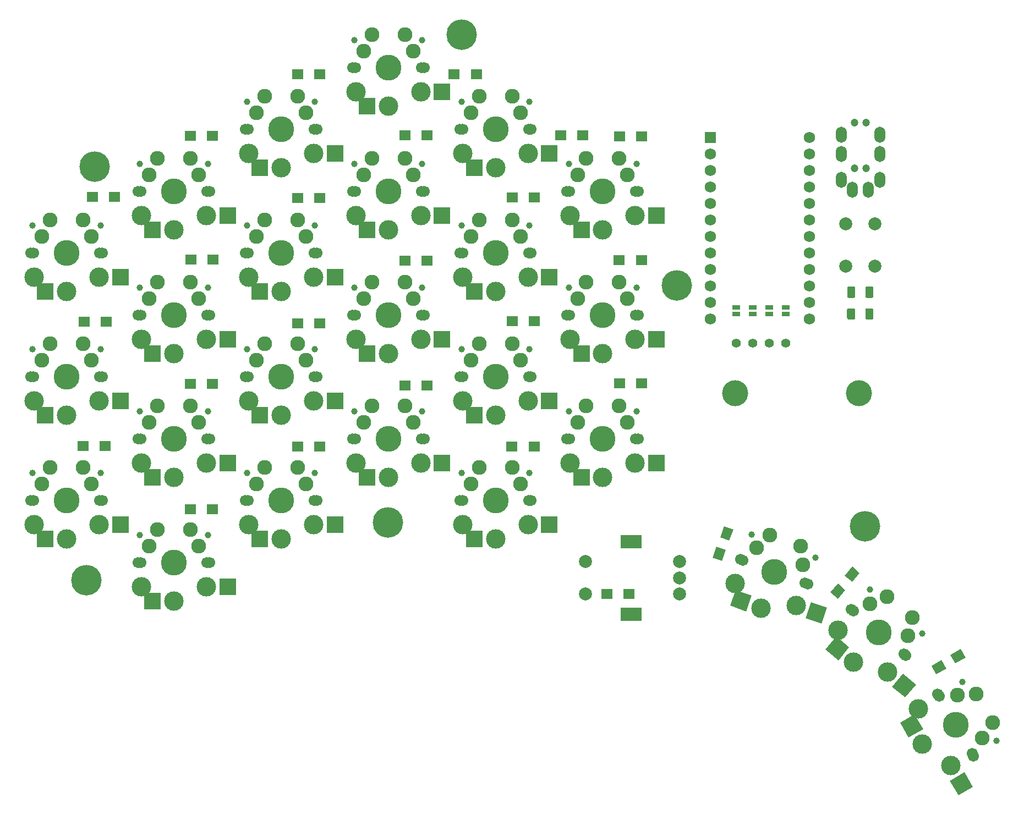
<source format=gbr>
%TF.GenerationSoftware,KiCad,Pcbnew,5.1.10-88a1d61d58~90~ubuntu20.04.1*%
%TF.CreationDate,2021-08-28T15:33:20+01:00*%
%TF.ProjectId,scrawler,73637261-776c-4657-922e-6b696361645f,rev?*%
%TF.SameCoordinates,Original*%
%TF.FileFunction,Soldermask,Top*%
%TF.FilePolarity,Negative*%
%FSLAX46Y46*%
G04 Gerber Fmt 4.6, Leading zero omitted, Abs format (unit mm)*
G04 Created by KiCad (PCBNEW 5.1.10-88a1d61d58~90~ubuntu20.04.1) date 2021-08-28 15:33:20*
%MOMM*%
%LPD*%
G01*
G04 APERTURE LIST*
%ADD10C,4.000000*%
%ADD11O,1.700000X2.500000*%
%ADD12C,1.200000*%
%ADD13C,1.752600*%
%ADD14R,1.752600X1.752600*%
%ADD15C,1.701800*%
%ADD16R,2.600000X2.600000*%
%ADD17C,3.000000*%
%ADD18C,3.429000*%
%ADD19C,0.990600*%
%ADD20C,2.286000*%
%ADD21C,3.987800*%
%ADD22C,0.100000*%
%ADD23C,2.000000*%
%ADD24R,3.200000X2.000000*%
%ADD25R,1.143000X0.635000*%
%ADD26C,1.397000*%
%ADD27C,4.700000*%
%ADD28R,1.800000X1.500000*%
G04 APERTURE END LIST*
D10*
%TO.C,H8*%
X198120000Y-97790000D03*
%TD*%
%TO.C,H7*%
X179070000Y-97790000D03*
%TD*%
D11*
%TO.C,J2*%
X197112200Y-66460800D03*
X201312200Y-64960800D03*
X201312200Y-60960800D03*
X201312200Y-57960800D03*
D12*
X199212200Y-63160800D03*
X199212200Y-56160800D03*
D11*
X195362200Y-60960800D03*
X195362200Y-57960800D03*
X199562200Y-66460800D03*
X195362200Y-64960800D03*
D12*
X197462200Y-56160800D03*
X197462200Y-63160800D03*
%TD*%
D13*
%TO.C,U1*%
X190525400Y-58381900D03*
X175285400Y-86321900D03*
X190525400Y-60921900D03*
X190525400Y-63461900D03*
X190525400Y-66001900D03*
X190525400Y-68541900D03*
X190525400Y-71081900D03*
X190525400Y-73621900D03*
X190525400Y-76161900D03*
X190525400Y-78701900D03*
X190525400Y-81241900D03*
X190525400Y-83781900D03*
X190525400Y-86321900D03*
X175285400Y-83781900D03*
X175285400Y-81241900D03*
X175285400Y-78701900D03*
X175285400Y-76161900D03*
X175285400Y-73621900D03*
X175285400Y-71081900D03*
X175285400Y-68541900D03*
X175285400Y-66001900D03*
X175285400Y-63461900D03*
X175285400Y-60921900D03*
D14*
X175285400Y-58381900D03*
%TD*%
D15*
%TO.C,SW9B1*%
X103695084Y-76200000D03*
X114695084Y-76200000D03*
D16*
X105920084Y-82150000D03*
D17*
X114195084Y-79950000D03*
D18*
X109195084Y-76200000D03*
D17*
X109195084Y-82150000D03*
D16*
X117470084Y-79950000D03*
D17*
X104195084Y-79950000D03*
D19*
X103975084Y-72000000D03*
X114415084Y-72000000D03*
%TD*%
D15*
%TO.C,SW9*%
X104115084Y-76200000D03*
X114275084Y-76200000D03*
D20*
X105385084Y-73660000D03*
D21*
X109195084Y-76200000D03*
D20*
X111735084Y-71120000D03*
X106655084Y-71120000D03*
X113005084Y-73660000D03*
%TD*%
D15*
%TO.C,SW8B1*%
X87197784Y-85725000D03*
X98197784Y-85725000D03*
D16*
X89422784Y-91675000D03*
D17*
X97697784Y-89475000D03*
D18*
X92697784Y-85725000D03*
D17*
X92697784Y-91675000D03*
D16*
X100972784Y-89475000D03*
D17*
X87697784Y-89475000D03*
D19*
X87477784Y-81525000D03*
X97917784Y-81525000D03*
%TD*%
D15*
%TO.C,SW8*%
X87617784Y-85725000D03*
X97777784Y-85725000D03*
D20*
X88887784Y-83185000D03*
D21*
X92697784Y-85725000D03*
D20*
X95237784Y-80645000D03*
X90157784Y-80645000D03*
X96507784Y-83185000D03*
%TD*%
D15*
%TO.C,SW7B1*%
X70700000Y-95250000D03*
X81700000Y-95250000D03*
D16*
X72925000Y-101200000D03*
D17*
X81200000Y-99000000D03*
D18*
X76200000Y-95250000D03*
D17*
X76200000Y-101200000D03*
D16*
X84475000Y-99000000D03*
D17*
X71200000Y-99000000D03*
D19*
X70980000Y-91050000D03*
X81420000Y-91050000D03*
%TD*%
D15*
%TO.C,SW7*%
X71120000Y-95250000D03*
X81280000Y-95250000D03*
D20*
X72390000Y-92710000D03*
D21*
X76200000Y-95250000D03*
D20*
X78740000Y-90170000D03*
X73660000Y-90170000D03*
X80010000Y-92710000D03*
%TD*%
D15*
%TO.C,SW6B1*%
X153188920Y-66675000D03*
X164188920Y-66675000D03*
D16*
X155413920Y-72625000D03*
D17*
X163688920Y-70425000D03*
D18*
X158688920Y-66675000D03*
D17*
X158688920Y-72625000D03*
D16*
X166963920Y-70425000D03*
D17*
X153688920Y-70425000D03*
D19*
X153468920Y-62475000D03*
X163908920Y-62475000D03*
%TD*%
D15*
%TO.C,SW6*%
X153608920Y-66675000D03*
X163768920Y-66675000D03*
D20*
X154878920Y-64135000D03*
D21*
X158688920Y-66675000D03*
D20*
X161228920Y-61595000D03*
X156148920Y-61595000D03*
X162498920Y-64135000D03*
%TD*%
D15*
%TO.C,SW5B1*%
X136691136Y-57150000D03*
X147691136Y-57150000D03*
D16*
X138916136Y-63100000D03*
D17*
X147191136Y-60900000D03*
D18*
X142191136Y-57150000D03*
D17*
X142191136Y-63100000D03*
D16*
X150466136Y-60900000D03*
D17*
X137191136Y-60900000D03*
D19*
X136971136Y-52950000D03*
X147411136Y-52950000D03*
%TD*%
D15*
%TO.C,SW5*%
X137111136Y-57150000D03*
X147271136Y-57150000D03*
D20*
X138381136Y-54610000D03*
D21*
X142191136Y-57150000D03*
D20*
X144731136Y-52070000D03*
X139651136Y-52070000D03*
X146001136Y-54610000D03*
%TD*%
D15*
%TO.C,SW4B1*%
X120193352Y-47625000D03*
X131193352Y-47625000D03*
D16*
X122418352Y-53575000D03*
D17*
X130693352Y-51375000D03*
D18*
X125693352Y-47625000D03*
D17*
X125693352Y-53575000D03*
D16*
X133968352Y-51375000D03*
D17*
X120693352Y-51375000D03*
D19*
X120473352Y-43425000D03*
X130913352Y-43425000D03*
%TD*%
D15*
%TO.C,SW4*%
X120613352Y-47625000D03*
X130773352Y-47625000D03*
D20*
X121883352Y-45085000D03*
D21*
X125693352Y-47625000D03*
D20*
X128233352Y-42545000D03*
X123153352Y-42545000D03*
X129503352Y-45085000D03*
%TD*%
D15*
%TO.C,SW3B1*%
X103695084Y-57150000D03*
X114695084Y-57150000D03*
D16*
X105920084Y-63100000D03*
D17*
X114195084Y-60900000D03*
D18*
X109195084Y-57150000D03*
D17*
X109195084Y-63100000D03*
D16*
X117470084Y-60900000D03*
D17*
X104195084Y-60900000D03*
D19*
X103975084Y-52950000D03*
X114415084Y-52950000D03*
%TD*%
D15*
%TO.C,SW3*%
X104115084Y-57150000D03*
X114275084Y-57150000D03*
D20*
X105385084Y-54610000D03*
D21*
X109195084Y-57150000D03*
D20*
X111735084Y-52070000D03*
X106655084Y-52070000D03*
X113005084Y-54610000D03*
%TD*%
D15*
%TO.C,SW2B1*%
X87197784Y-66675000D03*
X98197784Y-66675000D03*
D16*
X89422784Y-72625000D03*
D17*
X97697784Y-70425000D03*
D18*
X92697784Y-66675000D03*
D17*
X92697784Y-72625000D03*
D16*
X100972784Y-70425000D03*
D17*
X87697784Y-70425000D03*
D19*
X87477784Y-62475000D03*
X97917784Y-62475000D03*
%TD*%
D15*
%TO.C,SW2*%
X87617784Y-66675000D03*
X97777784Y-66675000D03*
D20*
X88887784Y-64135000D03*
D21*
X92697784Y-66675000D03*
D20*
X95237784Y-61595000D03*
X90157784Y-61595000D03*
X96507784Y-64135000D03*
%TD*%
D15*
%TO.C,SW26B1*%
X210241700Y-144106260D03*
X215741700Y-153632540D03*
D22*
G36*
X204425516Y-148532334D02*
G01*
X206677182Y-147232334D01*
X207977182Y-149484000D01*
X205725516Y-150784000D01*
X204425516Y-148532334D01*
G37*
D17*
X212244105Y-155074527D03*
D18*
X212991700Y-148869400D03*
D17*
X207838849Y-151844400D03*
D22*
G36*
X212105772Y-157434927D02*
G01*
X214357438Y-156134927D01*
X215657438Y-158386593D01*
X213405772Y-159686593D01*
X212105772Y-157434927D01*
G37*
D17*
X207244105Y-146414273D03*
D19*
X214019007Y-142248747D03*
X219239007Y-151290053D03*
%TD*%
D15*
%TO.C,SW26*%
X210451700Y-144469991D03*
X215531700Y-153268809D03*
D20*
X213286405Y-144299843D03*
D21*
X212991700Y-148869400D03*
D20*
X218661109Y-148529105D03*
X216121109Y-144129695D03*
X217096405Y-150898957D03*
%TD*%
D15*
%TO.C,SW25B1*%
X196916656Y-131084668D03*
X205343144Y-138155332D03*
D22*
G36*
X192965036Y-137233069D02*
G01*
X194636284Y-135241353D01*
X196628000Y-136912601D01*
X194956752Y-138904317D01*
X192965036Y-137233069D01*
G37*
D17*
X202549669Y-140706605D03*
D18*
X201129900Y-134620000D03*
D17*
X197305314Y-139177964D03*
D22*
G36*
X203226982Y-142971968D02*
G01*
X204898230Y-140980252D01*
X206889946Y-142651500D01*
X205218698Y-144643216D01*
X203226982Y-142971968D01*
G37*
D17*
X194889224Y-134278729D03*
D19*
X199830856Y-128047262D03*
X207828360Y-134757965D03*
%TD*%
D15*
%TO.C,SW25*%
X197238394Y-131354639D03*
X205021406Y-137885361D03*
D20*
X199843951Y-130225226D03*
D21*
X201129900Y-134620000D03*
D20*
X206341014Y-132361175D03*
X202449508Y-129095814D03*
X205681210Y-135123268D03*
%TD*%
D15*
%TO.C,SW24B1*%
X179883391Y-123378989D03*
X190220009Y-127141211D03*
D22*
G36*
X178272960Y-130508129D02*
G01*
X179162213Y-128064928D01*
X181605414Y-128954181D01*
X180716161Y-131397382D01*
X178272960Y-130508129D01*
G37*
D17*
X188467588Y-130494048D03*
D18*
X185051700Y-125260100D03*
D17*
X183016680Y-130851271D03*
D22*
G36*
X189878854Y-132391138D02*
G01*
X190768107Y-129947937D01*
X193211308Y-130837190D01*
X192322055Y-133280391D01*
X189878854Y-132391138D01*
G37*
D17*
X179070661Y-127073847D03*
D19*
X181582989Y-119528046D03*
X191393380Y-123098736D03*
%TD*%
D15*
%TO.C,SW24*%
X180278061Y-123522638D03*
X189825339Y-126997562D03*
D20*
X182340202Y-121570184D03*
D21*
X185051700Y-125260100D03*
D20*
X189175982Y-121355193D03*
X184402343Y-119617730D03*
X189500660Y-124176377D03*
%TD*%
D15*
%TO.C,SW22B1*%
X136691136Y-114300000D03*
X147691136Y-114300000D03*
D16*
X138916136Y-120250000D03*
D17*
X147191136Y-118050000D03*
D18*
X142191136Y-114300000D03*
D17*
X142191136Y-120250000D03*
D16*
X150466136Y-118050000D03*
D17*
X137191136Y-118050000D03*
D19*
X136971136Y-110100000D03*
X147411136Y-110100000D03*
%TD*%
D15*
%TO.C,SW22*%
X137111136Y-114300000D03*
X147271136Y-114300000D03*
D20*
X138381136Y-111760000D03*
D21*
X142191136Y-114300000D03*
D20*
X144731136Y-109220000D03*
X139651136Y-109220000D03*
X146001136Y-111760000D03*
%TD*%
D15*
%TO.C,SW21B1*%
X120193352Y-104775000D03*
X131193352Y-104775000D03*
D16*
X122418352Y-110725000D03*
D17*
X130693352Y-108525000D03*
D18*
X125693352Y-104775000D03*
D17*
X125693352Y-110725000D03*
D16*
X133968352Y-108525000D03*
D17*
X120693352Y-108525000D03*
D19*
X120473352Y-100575000D03*
X130913352Y-100575000D03*
%TD*%
D15*
%TO.C,SW21*%
X120613352Y-104775000D03*
X130773352Y-104775000D03*
D20*
X121883352Y-102235000D03*
D21*
X125693352Y-104775000D03*
D20*
X128233352Y-99695000D03*
X123153352Y-99695000D03*
X129503352Y-102235000D03*
%TD*%
D15*
%TO.C,SW20B1*%
X103695084Y-114300000D03*
X114695084Y-114300000D03*
D16*
X105920084Y-120250000D03*
D17*
X114195084Y-118050000D03*
D18*
X109195084Y-114300000D03*
D17*
X109195084Y-120250000D03*
D16*
X117470084Y-118050000D03*
D17*
X104195084Y-118050000D03*
D19*
X103975084Y-110100000D03*
X114415084Y-110100000D03*
%TD*%
D15*
%TO.C,SW20*%
X104115084Y-114300000D03*
X114275084Y-114300000D03*
D20*
X105385084Y-111760000D03*
D21*
X109195084Y-114300000D03*
D20*
X111735084Y-109220000D03*
X106655084Y-109220000D03*
X113005084Y-111760000D03*
%TD*%
D15*
%TO.C,SW1B1*%
X70700000Y-76200000D03*
X81700000Y-76200000D03*
D16*
X72925000Y-82150000D03*
D17*
X81200000Y-79950000D03*
D18*
X76200000Y-76200000D03*
D17*
X76200000Y-82150000D03*
D16*
X84475000Y-79950000D03*
D17*
X71200000Y-79950000D03*
D19*
X70980000Y-72000000D03*
X81420000Y-72000000D03*
%TD*%
D15*
%TO.C,SW1*%
X71120000Y-76200000D03*
X81280000Y-76200000D03*
D20*
X72390000Y-73660000D03*
D21*
X76200000Y-76200000D03*
D20*
X78740000Y-71120000D03*
X73660000Y-71120000D03*
X80010000Y-73660000D03*
%TD*%
D15*
%TO.C,SW19B1*%
X87197784Y-123825000D03*
X98197784Y-123825000D03*
D16*
X89422784Y-129775000D03*
D17*
X97697784Y-127575000D03*
D18*
X92697784Y-123825000D03*
D17*
X92697784Y-129775000D03*
D16*
X100972784Y-127575000D03*
D17*
X87697784Y-127575000D03*
D19*
X87477784Y-119625000D03*
X97917784Y-119625000D03*
%TD*%
D15*
%TO.C,SW19*%
X87617784Y-123825000D03*
X97777784Y-123825000D03*
D20*
X88887784Y-121285000D03*
D21*
X92697784Y-123825000D03*
D20*
X95237784Y-118745000D03*
X90157784Y-118745000D03*
X96507784Y-121285000D03*
%TD*%
D15*
%TO.C,SW18B1*%
X153188920Y-104775000D03*
X164188920Y-104775000D03*
D16*
X155413920Y-110725000D03*
D17*
X163688920Y-108525000D03*
D18*
X158688920Y-104775000D03*
D17*
X158688920Y-110725000D03*
D16*
X166963920Y-108525000D03*
D17*
X153688920Y-108525000D03*
D19*
X153468920Y-100575000D03*
X163908920Y-100575000D03*
%TD*%
D15*
%TO.C,SW18*%
X153608920Y-104775000D03*
X163768920Y-104775000D03*
D20*
X154878920Y-102235000D03*
D21*
X158688920Y-104775000D03*
D20*
X161228920Y-99695000D03*
X156148920Y-99695000D03*
X162498920Y-102235000D03*
%TD*%
D15*
%TO.C,SW17B1*%
X136691136Y-95250000D03*
X147691136Y-95250000D03*
D16*
X138916136Y-101200000D03*
D17*
X147191136Y-99000000D03*
D18*
X142191136Y-95250000D03*
D17*
X142191136Y-101200000D03*
D16*
X150466136Y-99000000D03*
D17*
X137191136Y-99000000D03*
D19*
X136971136Y-91050000D03*
X147411136Y-91050000D03*
%TD*%
D15*
%TO.C,SW17*%
X137111136Y-95250000D03*
X147271136Y-95250000D03*
D20*
X138381136Y-92710000D03*
D21*
X142191136Y-95250000D03*
D20*
X144731136Y-90170000D03*
X139651136Y-90170000D03*
X146001136Y-92710000D03*
%TD*%
D15*
%TO.C,SW16B1*%
X120193352Y-85725000D03*
X131193352Y-85725000D03*
D16*
X122418352Y-91675000D03*
D17*
X130693352Y-89475000D03*
D18*
X125693352Y-85725000D03*
D17*
X125693352Y-91675000D03*
D16*
X133968352Y-89475000D03*
D17*
X120693352Y-89475000D03*
D19*
X120473352Y-81525000D03*
X130913352Y-81525000D03*
%TD*%
D15*
%TO.C,SW16*%
X120613352Y-85725000D03*
X130773352Y-85725000D03*
D20*
X121883352Y-83185000D03*
D21*
X125693352Y-85725000D03*
D20*
X128233352Y-80645000D03*
X123153352Y-80645000D03*
X129503352Y-83185000D03*
%TD*%
D15*
%TO.C,SW15B1*%
X103695084Y-95250000D03*
X114695084Y-95250000D03*
D16*
X105920084Y-101200000D03*
D17*
X114195084Y-99000000D03*
D18*
X109195084Y-95250000D03*
D17*
X109195084Y-101200000D03*
D16*
X117470084Y-99000000D03*
D17*
X104195084Y-99000000D03*
D19*
X103975084Y-91050000D03*
X114415084Y-91050000D03*
%TD*%
D15*
%TO.C,SW15*%
X104115084Y-95250000D03*
X114275084Y-95250000D03*
D20*
X105385084Y-92710000D03*
D21*
X109195084Y-95250000D03*
D20*
X111735084Y-90170000D03*
X106655084Y-90170000D03*
X113005084Y-92710000D03*
%TD*%
D15*
%TO.C,SW14B1*%
X87197784Y-104775000D03*
X98197784Y-104775000D03*
D16*
X89422784Y-110725000D03*
D17*
X97697784Y-108525000D03*
D18*
X92697784Y-104775000D03*
D17*
X92697784Y-110725000D03*
D16*
X100972784Y-108525000D03*
D17*
X87697784Y-108525000D03*
D19*
X87477784Y-100575000D03*
X97917784Y-100575000D03*
%TD*%
D15*
%TO.C,SW14*%
X87617784Y-104775000D03*
X97777784Y-104775000D03*
D20*
X88887784Y-102235000D03*
D21*
X92697784Y-104775000D03*
D20*
X95237784Y-99695000D03*
X90157784Y-99695000D03*
X96507784Y-102235000D03*
%TD*%
D15*
%TO.C,SW13B1*%
X70700000Y-114300000D03*
X81700000Y-114300000D03*
D16*
X72925000Y-120250000D03*
D17*
X81200000Y-118050000D03*
D18*
X76200000Y-114300000D03*
D17*
X76200000Y-120250000D03*
D16*
X84475000Y-118050000D03*
D17*
X71200000Y-118050000D03*
D19*
X70980000Y-110100000D03*
X81420000Y-110100000D03*
%TD*%
D15*
%TO.C,SW13*%
X71120000Y-114300000D03*
X81280000Y-114300000D03*
D20*
X72390000Y-111760000D03*
D21*
X76200000Y-114300000D03*
D20*
X78740000Y-109220000D03*
X73660000Y-109220000D03*
X80010000Y-111760000D03*
%TD*%
D15*
%TO.C,SW12B1*%
X153188920Y-85725000D03*
X164188920Y-85725000D03*
D16*
X155413920Y-91675000D03*
D17*
X163688920Y-89475000D03*
D18*
X158688920Y-85725000D03*
D17*
X158688920Y-91675000D03*
D16*
X166963920Y-89475000D03*
D17*
X153688920Y-89475000D03*
D19*
X153468920Y-81525000D03*
X163908920Y-81525000D03*
%TD*%
D15*
%TO.C,SW12*%
X153608920Y-85725000D03*
X163768920Y-85725000D03*
D20*
X154878920Y-83185000D03*
D21*
X158688920Y-85725000D03*
D20*
X161228920Y-80645000D03*
X156148920Y-80645000D03*
X162498920Y-83185000D03*
%TD*%
D15*
%TO.C,SW11B1*%
X136691136Y-76200000D03*
X147691136Y-76200000D03*
D16*
X138916136Y-82150000D03*
D17*
X147191136Y-79950000D03*
D18*
X142191136Y-76200000D03*
D17*
X142191136Y-82150000D03*
D16*
X150466136Y-79950000D03*
D17*
X137191136Y-79950000D03*
D19*
X136971136Y-72000000D03*
X147411136Y-72000000D03*
%TD*%
D15*
%TO.C,SW11*%
X137111136Y-76200000D03*
X147271136Y-76200000D03*
D20*
X138381136Y-73660000D03*
D21*
X142191136Y-76200000D03*
D20*
X144731136Y-71120000D03*
X139651136Y-71120000D03*
X146001136Y-73660000D03*
%TD*%
D15*
%TO.C,SW10B1*%
X120193352Y-66675000D03*
X131193352Y-66675000D03*
D16*
X122418352Y-72625000D03*
D17*
X130693352Y-70425000D03*
D18*
X125693352Y-66675000D03*
D17*
X125693352Y-72625000D03*
D16*
X133968352Y-70425000D03*
D17*
X120693352Y-70425000D03*
D19*
X120473352Y-62475000D03*
X130913352Y-62475000D03*
%TD*%
D15*
%TO.C,SW10*%
X120613352Y-66675000D03*
X130773352Y-66675000D03*
D20*
X121883352Y-64135000D03*
D21*
X125693352Y-66675000D03*
D20*
X128233352Y-61595000D03*
X123153352Y-61595000D03*
X129503352Y-64135000D03*
%TD*%
D23*
%TO.C,ROT_ENC*%
X156029900Y-123712600D03*
X156029900Y-128712600D03*
D24*
X163029900Y-120612600D03*
X163029900Y-131812600D03*
D23*
X170529900Y-123712600D03*
X170529900Y-126212600D03*
X170529900Y-128712600D03*
%TD*%
%TO.C,RSW1*%
X196096500Y-71716900D03*
X200596500Y-71716900D03*
X196096500Y-78216900D03*
X200596500Y-78216900D03*
%TD*%
%TO.C,R2*%
G36*
G01*
X197538500Y-84960300D02*
X197538500Y-86210300D01*
G75*
G02*
X197288500Y-86460300I-250000J0D01*
G01*
X196538500Y-86460300D01*
G75*
G02*
X196288500Y-86210300I0J250000D01*
G01*
X196288500Y-84960300D01*
G75*
G02*
X196538500Y-84710300I250000J0D01*
G01*
X197288500Y-84710300D01*
G75*
G02*
X197538500Y-84960300I0J-250000D01*
G01*
G37*
G36*
G01*
X200338500Y-84960300D02*
X200338500Y-86210300D01*
G75*
G02*
X200088500Y-86460300I-250000J0D01*
G01*
X199338500Y-86460300D01*
G75*
G02*
X199088500Y-86210300I0J250000D01*
G01*
X199088500Y-84960300D01*
G75*
G02*
X199338500Y-84710300I250000J0D01*
G01*
X200088500Y-84710300D01*
G75*
G02*
X200338500Y-84960300I0J-250000D01*
G01*
G37*
%TD*%
%TO.C,R1*%
G36*
G01*
X197548200Y-81607500D02*
X197548200Y-82857500D01*
G75*
G02*
X197298200Y-83107500I-250000J0D01*
G01*
X196548200Y-83107500D01*
G75*
G02*
X196298200Y-82857500I0J250000D01*
G01*
X196298200Y-81607500D01*
G75*
G02*
X196548200Y-81357500I250000J0D01*
G01*
X197298200Y-81357500D01*
G75*
G02*
X197548200Y-81607500I0J-250000D01*
G01*
G37*
G36*
G01*
X200348200Y-81607500D02*
X200348200Y-82857500D01*
G75*
G02*
X200098200Y-83107500I-250000J0D01*
G01*
X199348200Y-83107500D01*
G75*
G02*
X199098200Y-82857500I0J250000D01*
G01*
X199098200Y-81607500D01*
G75*
G02*
X199348200Y-81357500I250000J0D01*
G01*
X200098200Y-81357500D01*
G75*
G02*
X200348200Y-81607500I0J-250000D01*
G01*
G37*
%TD*%
D25*
%TO.C,JP4*%
X179204620Y-84551520D03*
X179204620Y-85552280D03*
%TD*%
%TO.C,JP3*%
X181744620Y-84551520D03*
X181744620Y-85552280D03*
%TD*%
%TO.C,JP2*%
X184284620Y-84551520D03*
X184284620Y-85552280D03*
%TD*%
%TO.C,JP1*%
X186824620Y-84551520D03*
X186824620Y-85552280D03*
%TD*%
D26*
%TO.C,OLED*%
X186824620Y-90051890D03*
X184284620Y-90051890D03*
X181744620Y-90051890D03*
X179204620Y-90051890D03*
%TD*%
D27*
%TO.C,H6*%
X136994900Y-42608500D03*
%TD*%
%TO.C,H5*%
X170065700Y-81165700D03*
%TD*%
%TO.C,H4*%
X199034400Y-118275100D03*
%TD*%
%TO.C,H3*%
X125653800Y-117652800D03*
%TD*%
%TO.C,H2*%
X79260700Y-126593600D03*
%TD*%
%TO.C,H1*%
X80505300Y-62903100D03*
%TD*%
D22*
%TO.C,D26*%
G36*
X210806280Y-138878981D02*
G01*
X211556280Y-140178019D01*
X209997434Y-141078019D01*
X209247434Y-139778981D01*
X210806280Y-138878981D01*
G37*
G36*
X213750766Y-137178981D02*
G01*
X214500766Y-138478019D01*
X212941920Y-139378019D01*
X212191920Y-138078981D01*
X213750766Y-137178981D01*
G37*
%TD*%
%TO.C,D25*%
G36*
X194884937Y-127092645D02*
G01*
X196034003Y-128056827D01*
X194876985Y-129435707D01*
X193727919Y-128471525D01*
X194884937Y-127092645D01*
G37*
G36*
X197070415Y-124488093D02*
G01*
X198219481Y-125452275D01*
X197062463Y-126831155D01*
X195913397Y-125866973D01*
X197070415Y-124488093D01*
G37*
%TD*%
%TO.C,D24*%
G36*
X176199315Y-121437339D02*
G01*
X177608854Y-121950369D01*
X176993217Y-123641815D01*
X175583678Y-123128785D01*
X176199315Y-121437339D01*
G37*
G36*
X177362183Y-118242385D02*
G01*
X178771722Y-118755415D01*
X178156085Y-120446861D01*
X176746546Y-119933831D01*
X177362183Y-118242385D01*
G37*
%TD*%
D28*
%TO.C,D23*%
X159310600Y-128689100D03*
X162710600Y-128689100D03*
%TD*%
%TO.C,D22*%
X144720100Y-106019600D03*
X148120100Y-106019600D03*
%TD*%
%TO.C,D21*%
X128233700Y-96621600D03*
X131633700Y-96621600D03*
%TD*%
%TO.C,D20*%
X111749100Y-105994200D03*
X115149100Y-105994200D03*
%TD*%
%TO.C,D19*%
X95251800Y-115633500D03*
X98651800Y-115633500D03*
%TD*%
%TO.C,D18*%
X161255500Y-96240600D03*
X164655500Y-96240600D03*
%TD*%
%TO.C,D17*%
X144745500Y-86664800D03*
X148145500Y-86664800D03*
%TD*%
%TO.C,D16*%
X128221000Y-77343000D03*
X131621000Y-77343000D03*
%TD*%
%TO.C,D15*%
X111712800Y-87045800D03*
X115112800Y-87045800D03*
%TD*%
%TO.C,D14*%
X95240900Y-96354900D03*
X98640900Y-96354900D03*
%TD*%
%TO.C,D13*%
X78740000Y-105918000D03*
X82140000Y-105918000D03*
%TD*%
%TO.C,D12*%
X161228300Y-77279500D03*
X164628300Y-77279500D03*
%TD*%
%TO.C,D11*%
X144731000Y-67665600D03*
X148131000Y-67665600D03*
%TD*%
%TO.C,D10*%
X128221000Y-58089800D03*
X131621000Y-58089800D03*
%TD*%
%TO.C,D9*%
X111711000Y-67767200D03*
X115111000Y-67767200D03*
%TD*%
%TO.C,D8*%
X95289900Y-77203300D03*
X98689900Y-77203300D03*
%TD*%
%TO.C,D7*%
X78881500Y-86766400D03*
X82281500Y-86766400D03*
%TD*%
%TO.C,D6*%
X161279100Y-58204100D03*
X164679100Y-58204100D03*
%TD*%
%TO.C,D5*%
X152236700Y-58115200D03*
X155636700Y-58115200D03*
%TD*%
%TO.C,D4*%
X135828300Y-48653700D03*
X139228300Y-48653700D03*
%TD*%
%TO.C,D3*%
X111774500Y-48679100D03*
X115174500Y-48679100D03*
%TD*%
%TO.C,D2*%
X95251800Y-58166000D03*
X98651800Y-58166000D03*
%TD*%
%TO.C,D1*%
X80149700Y-67551300D03*
X83549700Y-67551300D03*
%TD*%
M02*

</source>
